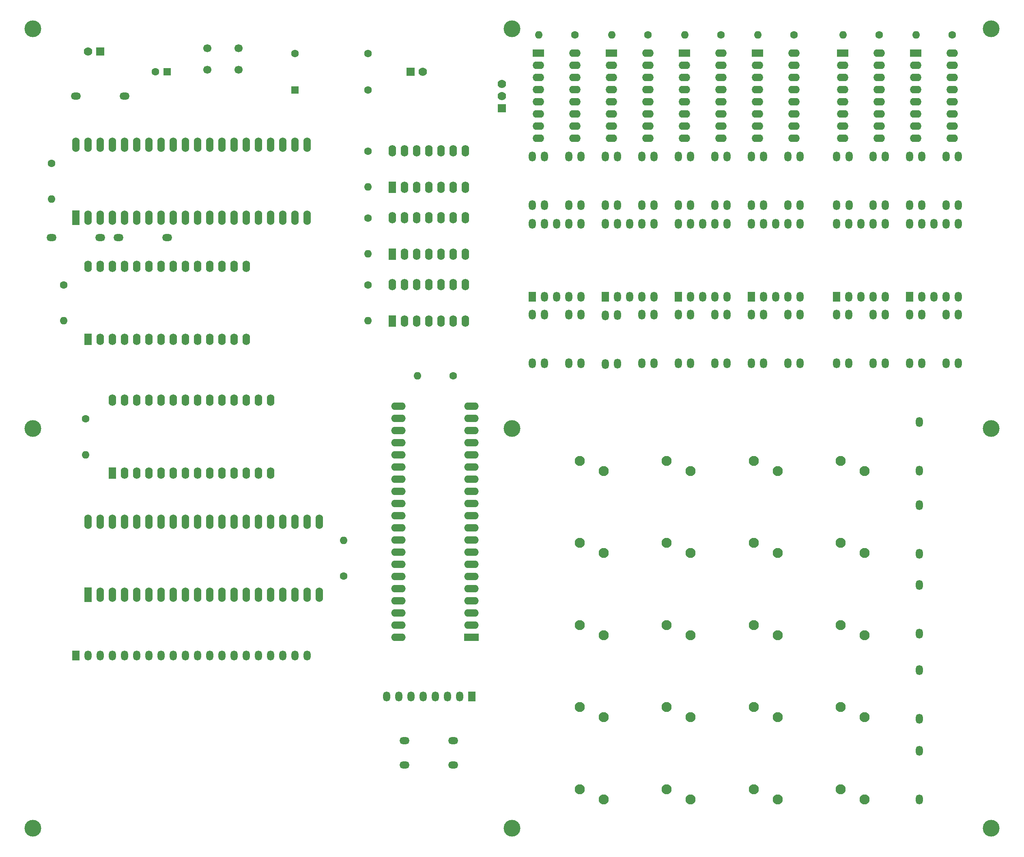
<source format=gbs>
%TF.GenerationSoftware,KiCad,Pcbnew,7.0.10*%
%TF.CreationDate,2024-02-11T14:37:49+13:00*%
%TF.ProjectId,Alius_6502,416c6975-735f-4363-9530-322e6b696361,rev?*%
%TF.SameCoordinates,Original*%
%TF.FileFunction,Soldermask,Bot*%
%TF.FilePolarity,Negative*%
%FSLAX46Y46*%
G04 Gerber Fmt 4.6, Leading zero omitted, Abs format (unit mm)*
G04 Created by KiCad (PCBNEW 7.0.10) date 2024-02-11 14:37:49*
%MOMM*%
%LPD*%
G01*
G04 APERTURE LIST*
%ADD10R,1.500000X2.100000*%
%ADD11O,1.500000X2.100000*%
%ADD12C,1.600000*%
%ADD13O,1.600000X1.600000*%
%ADD14R,1.600000X1.600000*%
%ADD15R,2.400000X1.600000*%
%ADD16O,2.400000X1.600000*%
%ADD17C,2.100000*%
%ADD18R,1.600000X2.400000*%
%ADD19O,1.600000X2.400000*%
%ADD20C,3.500000*%
%ADD21O,2.100000X1.500000*%
%ADD22R,1.778000X1.778000*%
%ADD23C,1.778000*%
%ADD24R,1.524000X3.048000*%
%ADD25O,1.524000X3.048000*%
%ADD26C,1.700000*%
%ADD27R,3.048000X1.524000*%
%ADD28O,3.048000X1.524000*%
G04 APERTURE END LIST*
D10*
%TO.C,J4*%
X115611141Y-163510000D03*
D11*
X113071141Y-163510000D03*
X110531141Y-163510000D03*
X107991141Y-163510000D03*
X105451141Y-163510000D03*
X102911141Y-163510000D03*
X100371141Y-163510000D03*
X97831141Y-163510000D03*
%TD*%
D12*
%TO.C,C8*%
X30480000Y-77530000D03*
D13*
X30480000Y-85030000D03*
%TD*%
D11*
%TO.C,R44*%
X214630000Y-50685000D03*
X214630000Y-60845000D03*
%TD*%
%TO.C,R41*%
X194390000Y-50685000D03*
X194390000Y-60845000D03*
%TD*%
%TO.C,R14*%
X151130000Y-93865000D03*
X151130000Y-83705000D03*
%TD*%
%TO.C,R31*%
X176530000Y-93865000D03*
X176530000Y-83705000D03*
%TD*%
%TO.C,R27*%
X168910000Y-93865000D03*
X168910000Y-83705000D03*
%TD*%
D14*
%TO.C,C1*%
X52070000Y-33020000D03*
D12*
X49570000Y-33020000D03*
%TD*%
D15*
%TO.C,U14*%
X208280000Y-29095000D03*
D16*
X208280000Y-31635000D03*
X208280000Y-34175000D03*
X208280000Y-36715000D03*
X208280000Y-39255000D03*
X208280000Y-41795000D03*
X208280000Y-44335000D03*
X208280000Y-46875000D03*
X215900000Y-46875000D03*
X215900000Y-44335000D03*
X215900000Y-41795000D03*
X215900000Y-39255000D03*
X215900000Y-36715000D03*
X215900000Y-34175000D03*
X215900000Y-31635000D03*
X215900000Y-29095000D03*
%TD*%
D11*
%TO.C,R39*%
X194310000Y-93865000D03*
X194310000Y-83705000D03*
%TD*%
D17*
%TO.C,SW_C1*%
X143129000Y-116390000D03*
X138129000Y-114290000D03*
%TD*%
D18*
%TO.C,U3*%
X99055000Y-57140000D03*
D19*
X101595000Y-57140000D03*
X104135000Y-57140000D03*
X106675000Y-57140000D03*
X109215000Y-57140000D03*
X111755000Y-57140000D03*
X114295000Y-57140000D03*
X114295000Y-49520000D03*
X111755000Y-49520000D03*
X109215000Y-49520000D03*
X106675000Y-49520000D03*
X104135000Y-49520000D03*
X101595000Y-49520000D03*
X99055000Y-49520000D03*
%TD*%
D11*
%TO.C,R54*%
X209029000Y-150350000D03*
X209029000Y-140190000D03*
%TD*%
D17*
%TO.C,SW_4*%
X143129000Y-150680000D03*
X138129000Y-148580000D03*
%TD*%
D11*
%TO.C,R4*%
X135890000Y-50685000D03*
X135890000Y-60845000D03*
%TD*%
%TO.C,R34*%
X173990000Y-50685000D03*
X173990000Y-60845000D03*
%TD*%
%TO.C,R46*%
X214630000Y-93865000D03*
X214630000Y-83705000D03*
%TD*%
%TO.C,R28*%
X181610000Y-50685000D03*
X181610000Y-60845000D03*
%TD*%
D15*
%TO.C,U13*%
X193040000Y-29095000D03*
D16*
X193040000Y-31635000D03*
X193040000Y-34175000D03*
X193040000Y-36715000D03*
X193040000Y-39255000D03*
X193040000Y-41795000D03*
X193040000Y-44335000D03*
X193040000Y-46875000D03*
X200660000Y-46875000D03*
X200660000Y-44335000D03*
X200660000Y-41795000D03*
X200660000Y-39255000D03*
X200660000Y-36715000D03*
X200660000Y-34175000D03*
X200660000Y-31635000D03*
X200660000Y-29095000D03*
%TD*%
D11*
%TO.C,R19*%
X153670000Y-93865000D03*
X153670000Y-83705000D03*
%TD*%
D17*
%TO.C,SW_A1*%
X179451000Y-133535000D03*
X174451000Y-131435000D03*
%TD*%
D20*
%TO.C,HOLE8*%
X124000000Y-191000000D03*
%TD*%
D11*
%TO.C,R7*%
X130810000Y-93865000D03*
X130810000Y-83705000D03*
%TD*%
D21*
%TO.C,R2*%
X52070000Y-67644900D03*
X41910000Y-67644900D03*
%TD*%
D11*
%TO.C,R23*%
X161290000Y-93865000D03*
X161290000Y-83705000D03*
%TD*%
%TO.C,R9*%
X130810000Y-50685000D03*
X130810000Y-60845000D03*
%TD*%
D12*
%TO.C,C12*%
X167580000Y-25285000D03*
D13*
X160080000Y-25285000D03*
%TD*%
D11*
%TO.C,R49*%
X209550000Y-50685000D03*
X209550000Y-60845000D03*
%TD*%
%TO.C,R33*%
X176530000Y-50685000D03*
X176530000Y-60845000D03*
%TD*%
%TO.C,R26*%
X158750000Y-50685000D03*
X158750000Y-60845000D03*
%TD*%
D21*
%TO.C,R57*%
X111760000Y-177800000D03*
X101600000Y-177800000D03*
%TD*%
D11*
%TO.C,R11*%
X138430000Y-93865000D03*
X138430000Y-83705000D03*
%TD*%
D22*
%TO.C,J3*%
X38081200Y-28774500D03*
D23*
X35541200Y-28774500D03*
%TD*%
D12*
%TO.C,C9*%
X27940000Y-52130000D03*
D13*
X27940000Y-59630000D03*
%TD*%
D12*
%TO.C,C15*%
X215840000Y-25285000D03*
D13*
X208340000Y-25285000D03*
%TD*%
D11*
%TO.C,R35*%
X184150000Y-93865000D03*
X184150000Y-83705000D03*
%TD*%
D18*
%TO.C,U5*%
X99055000Y-85080000D03*
D19*
X101595000Y-85080000D03*
X104135000Y-85080000D03*
X106675000Y-85080000D03*
X109215000Y-85080000D03*
X111755000Y-85080000D03*
X114295000Y-85080000D03*
X114295000Y-77460000D03*
X111755000Y-77460000D03*
X109215000Y-77460000D03*
X106675000Y-77460000D03*
X104135000Y-77460000D03*
X101595000Y-77460000D03*
X99055000Y-77460000D03*
%TD*%
D17*
%TO.C,SW_E1*%
X179451000Y-116390000D03*
X174451000Y-114290000D03*
%TD*%
D11*
%TO.C,R51*%
X217170000Y-93865000D03*
X217170000Y-83705000D03*
%TD*%
%TO.C,R52*%
X209029000Y-116365000D03*
X209029000Y-106205000D03*
%TD*%
%TO.C,R25*%
X161290000Y-50685000D03*
X161290000Y-60845000D03*
%TD*%
%TO.C,R17*%
X146050000Y-50685000D03*
X146050000Y-60845000D03*
%TD*%
%TO.C,R5*%
X138430000Y-50685000D03*
X138430000Y-60845000D03*
%TD*%
D20*
%TO.C,HOLE1*%
X24000000Y-24000000D03*
%TD*%
D21*
%TO.C,R58*%
X101600000Y-172720000D03*
X111760000Y-172720000D03*
%TD*%
D11*
%TO.C,R20*%
X166370000Y-50685000D03*
X166370000Y-60845000D03*
%TD*%
D22*
%TO.C,J1*%
X102870000Y-33020000D03*
D23*
X105410000Y-33020000D03*
%TD*%
D12*
%TO.C,C13*%
X182820000Y-25285000D03*
D13*
X175320000Y-25285000D03*
%TD*%
D18*
%TO.C,U4*%
X40650000Y-116820000D03*
D19*
X43190000Y-116820000D03*
X45730000Y-116820000D03*
X48270000Y-116820000D03*
X50810000Y-116820000D03*
X53350000Y-116820000D03*
X55890000Y-116820000D03*
X58430000Y-116820000D03*
X60970000Y-116820000D03*
X63510000Y-116820000D03*
X66050000Y-116820000D03*
X68590000Y-116820000D03*
X71130000Y-116820000D03*
X73670000Y-116820000D03*
X73670000Y-101580000D03*
X71130000Y-101580000D03*
X68590000Y-101580000D03*
X66050000Y-101580000D03*
X63510000Y-101580000D03*
X60970000Y-101580000D03*
X58430000Y-101580000D03*
X55890000Y-101580000D03*
X53350000Y-101580000D03*
X50810000Y-101580000D03*
X48270000Y-101580000D03*
X45730000Y-101580000D03*
X43190000Y-101580000D03*
X40650000Y-101580000D03*
%TD*%
D17*
%TO.C,SW_ENT1*%
X197612000Y-184970000D03*
X192612000Y-182870000D03*
%TD*%
D11*
%TO.C,R12*%
X151130000Y-50685000D03*
X151130000Y-60845000D03*
%TD*%
D15*
%TO.C,U9*%
X129540000Y-29095000D03*
D16*
X129540000Y-31635000D03*
X129540000Y-34175000D03*
X129540000Y-36715000D03*
X129540000Y-39255000D03*
X129540000Y-41795000D03*
X129540000Y-44335000D03*
X129540000Y-46875000D03*
X137160000Y-46875000D03*
X137160000Y-44335000D03*
X137160000Y-41795000D03*
X137160000Y-39255000D03*
X137160000Y-36715000D03*
X137160000Y-34175000D03*
X137160000Y-31635000D03*
X137160000Y-29095000D03*
%TD*%
D11*
%TO.C,R48*%
X207010000Y-93865000D03*
X207010000Y-83705000D03*
%TD*%
D12*
%TO.C,C6*%
X93975000Y-49580000D03*
D13*
X93975000Y-57080000D03*
%TD*%
D22*
%TO.C,Display*%
X121869200Y-40665400D03*
D23*
X121869200Y-38125400D03*
X121869200Y-35585400D03*
%TD*%
D11*
%TO.C,R36*%
X199390000Y-50685000D03*
X199390000Y-60845000D03*
%TD*%
%TO.C,R18*%
X143510000Y-50685000D03*
X143510000Y-60845000D03*
%TD*%
%TO.C,R47*%
X209550000Y-93865000D03*
X209550000Y-83705000D03*
%TD*%
%TO.C,R50*%
X207010000Y-50685000D03*
X207010000Y-60845000D03*
%TD*%
D20*
%TO.C,HOLE7*%
X24000000Y-191000000D03*
%TD*%
D10*
%TO.C,LED3*%
X158750000Y-80010000D03*
D11*
X161290000Y-80010000D03*
X163830000Y-80010000D03*
X166370000Y-80010000D03*
X168910000Y-80010000D03*
X168910000Y-64770000D03*
X166370000Y-64770000D03*
X163830000Y-64770000D03*
X161290000Y-64770000D03*
X158750000Y-64770000D03*
%TD*%
%TO.C,R16*%
X143510000Y-94035000D03*
X143510000Y-83875000D03*
%TD*%
D15*
%TO.C,U10*%
X144780000Y-29095000D03*
D16*
X144780000Y-31635000D03*
X144780000Y-34175000D03*
X144780000Y-36715000D03*
X144780000Y-39255000D03*
X144780000Y-41795000D03*
X144780000Y-44335000D03*
X144780000Y-46875000D03*
X152400000Y-46875000D03*
X152400000Y-44335000D03*
X152400000Y-41795000D03*
X152400000Y-39255000D03*
X152400000Y-36715000D03*
X152400000Y-34175000D03*
X152400000Y-31635000D03*
X152400000Y-29095000D03*
%TD*%
D15*
%TO.C,U11*%
X160020000Y-29095000D03*
D16*
X160020000Y-31635000D03*
X160020000Y-34175000D03*
X160020000Y-36715000D03*
X160020000Y-39255000D03*
X160020000Y-41795000D03*
X160020000Y-44335000D03*
X160020000Y-46875000D03*
X167640000Y-46875000D03*
X167640000Y-44335000D03*
X167640000Y-41795000D03*
X167640000Y-39255000D03*
X167640000Y-36715000D03*
X167640000Y-34175000D03*
X167640000Y-31635000D03*
X167640000Y-29095000D03*
%TD*%
D18*
%TO.C,U6*%
X35570000Y-88880000D03*
D19*
X38110000Y-88880000D03*
X40650000Y-88880000D03*
X43190000Y-88880000D03*
X45730000Y-88880000D03*
X48270000Y-88880000D03*
X50810000Y-88880000D03*
X53350000Y-88880000D03*
X55890000Y-88880000D03*
X58430000Y-88880000D03*
X60970000Y-88880000D03*
X63510000Y-88880000D03*
X66050000Y-88880000D03*
X68590000Y-88880000D03*
X68590000Y-73640000D03*
X66050000Y-73640000D03*
X63510000Y-73640000D03*
X60970000Y-73640000D03*
X58430000Y-73640000D03*
X55890000Y-73640000D03*
X53350000Y-73640000D03*
X50810000Y-73640000D03*
X48270000Y-73640000D03*
X45730000Y-73640000D03*
X43190000Y-73640000D03*
X40650000Y-73640000D03*
X38110000Y-73640000D03*
X35570000Y-73640000D03*
%TD*%
D17*
%TO.C,SW_6*%
X179451000Y-150680000D03*
X174451000Y-148580000D03*
%TD*%
D20*
%TO.C,Hole3*%
X224000000Y-24000000D03*
%TD*%
D11*
%TO.C,R21*%
X168910000Y-50685000D03*
X168910000Y-60845000D03*
%TD*%
D18*
%TO.C,U2*%
X99055000Y-71110000D03*
D19*
X101595000Y-71110000D03*
X104135000Y-71110000D03*
X106675000Y-71110000D03*
X109215000Y-71110000D03*
X111755000Y-71110000D03*
X114295000Y-71110000D03*
X114295000Y-63490000D03*
X111755000Y-63490000D03*
X109215000Y-63490000D03*
X106675000Y-63490000D03*
X104135000Y-63490000D03*
X101595000Y-63490000D03*
X99055000Y-63490000D03*
%TD*%
D11*
%TO.C,R22*%
X166370000Y-93865000D03*
X166370000Y-83705000D03*
%TD*%
D24*
%TO.C,U7*%
X35560000Y-142240000D03*
D25*
X38100000Y-142240000D03*
X40640000Y-142240000D03*
X43180000Y-142240000D03*
X45720000Y-142240000D03*
X48260000Y-142240000D03*
X50800000Y-142240000D03*
X53340000Y-142240000D03*
X55880000Y-142240000D03*
X58420000Y-142240000D03*
X60960000Y-142240000D03*
X63500000Y-142240000D03*
X66040000Y-142240000D03*
X68580000Y-142240000D03*
X71120000Y-142240000D03*
X73660000Y-142240000D03*
X76200000Y-142240000D03*
X78740000Y-142240000D03*
X81280000Y-142240000D03*
X83820000Y-142240000D03*
X83820000Y-127000000D03*
X81280000Y-127000000D03*
X78740000Y-127000000D03*
X76200000Y-127000000D03*
X73660000Y-127000000D03*
X71120000Y-127000000D03*
X68580000Y-127000000D03*
X66040000Y-127000000D03*
X63500000Y-127000000D03*
X60960000Y-127000000D03*
X58420000Y-127000000D03*
X55880000Y-127000000D03*
X53340000Y-127000000D03*
X50800000Y-127000000D03*
X48260000Y-127000000D03*
X45720000Y-127000000D03*
X43180000Y-127000000D03*
X40640000Y-127000000D03*
X38100000Y-127000000D03*
X35560000Y-127000000D03*
%TD*%
D12*
%TO.C,C5*%
X111760000Y-96520000D03*
D13*
X104260000Y-96520000D03*
%TD*%
D11*
%TO.C,R13*%
X153670000Y-50685000D03*
X153670000Y-60845000D03*
%TD*%
D17*
%TO.C,SW_2*%
X179451000Y-167825000D03*
X174451000Y-165725000D03*
%TD*%
D11*
%TO.C,R43*%
X201930000Y-93865000D03*
X201930000Y-83705000D03*
%TD*%
D17*
%TO.C,SW_8*%
X143129000Y-133535000D03*
X138129000Y-131435000D03*
%TD*%
D20*
%TO.C,HOLE9*%
X224000000Y-191000000D03*
%TD*%
%TO.C,HOLE5*%
X124000000Y-107500000D03*
%TD*%
D17*
%TO.C,SW_5*%
X161290000Y-150680000D03*
X156290000Y-148580000D03*
%TD*%
D21*
%TO.C,R3*%
X33020000Y-38100000D03*
X43180000Y-38100000D03*
%TD*%
D20*
%TO.C,HOLE2*%
X124000000Y-24000000D03*
%TD*%
D12*
%TO.C,C14*%
X200600000Y-25285000D03*
D13*
X193100000Y-25285000D03*
%TD*%
D12*
%TO.C,C11*%
X152340000Y-25285000D03*
D13*
X144840000Y-25285000D03*
%TD*%
D10*
%TO.C,LED6*%
X207010000Y-80010000D03*
D11*
X209550000Y-80010000D03*
X212090000Y-80010000D03*
X214630000Y-80010000D03*
X217170000Y-80010000D03*
X217170000Y-64770000D03*
X214630000Y-64770000D03*
X212090000Y-64770000D03*
X209550000Y-64770000D03*
X207010000Y-64770000D03*
%TD*%
%TO.C,R53*%
X209029000Y-133705000D03*
X209029000Y-123545000D03*
%TD*%
%TO.C,R40*%
X191770000Y-93865000D03*
X191770000Y-83705000D03*
%TD*%
%TO.C,R29*%
X184150000Y-50685000D03*
X184150000Y-60845000D03*
%TD*%
D15*
%TO.C,U12*%
X175260000Y-29095000D03*
D16*
X175260000Y-31635000D03*
X175260000Y-34175000D03*
X175260000Y-36715000D03*
X175260000Y-39255000D03*
X175260000Y-41795000D03*
X175260000Y-44335000D03*
X175260000Y-46875000D03*
X182880000Y-46875000D03*
X182880000Y-44335000D03*
X182880000Y-41795000D03*
X182880000Y-39255000D03*
X182880000Y-36715000D03*
X182880000Y-34175000D03*
X182880000Y-31635000D03*
X182880000Y-29095000D03*
%TD*%
D17*
%TO.C,SW_1*%
X161290000Y-167825000D03*
X156290000Y-165725000D03*
%TD*%
%TO.C,SW_W1*%
X161290000Y-184970000D03*
X156290000Y-182870000D03*
%TD*%
D14*
%TO.C,X1*%
X78740000Y-36830000D03*
D12*
X93980000Y-36830000D03*
X93980000Y-29210000D03*
X78740000Y-29210000D03*
%TD*%
D11*
%TO.C,R6*%
X135890000Y-93865000D03*
X135890000Y-83705000D03*
%TD*%
D26*
%TO.C,SW1*%
X60454120Y-28073406D03*
X66954120Y-28073406D03*
X60454120Y-32573406D03*
X66954120Y-32573406D03*
%TD*%
D17*
%TO.C,SW_9*%
X161290000Y-133535000D03*
X156290000Y-131435000D03*
%TD*%
D11*
%TO.C,R8*%
X128270000Y-93865000D03*
X128270000Y-83705000D03*
%TD*%
%TO.C,R45*%
X217170000Y-50685000D03*
X217170000Y-60845000D03*
%TD*%
%TO.C,R15*%
X146050000Y-93950000D03*
X146050000Y-83790000D03*
%TD*%
D17*
%TO.C,SW_R1*%
X143129000Y-184970000D03*
X138129000Y-182870000D03*
%TD*%
D21*
%TO.C,R1*%
X27940000Y-67642200D03*
X38100000Y-67642200D03*
%TD*%
D17*
%TO.C,SW_F1*%
X197612000Y-116390000D03*
X192612000Y-114290000D03*
%TD*%
D11*
%TO.C,R32*%
X173990000Y-93865000D03*
X173990000Y-83705000D03*
%TD*%
%TO.C,R56*%
X209029000Y-185030000D03*
X209029000Y-174870000D03*
%TD*%
D12*
%TO.C,C7*%
X93980000Y-77530000D03*
D13*
X93980000Y-85030000D03*
%TD*%
D12*
%TO.C,C2*%
X35023200Y-105485000D03*
D13*
X35023200Y-112985000D03*
%TD*%
D10*
%TO.C,LED5*%
X191770000Y-80010000D03*
D11*
X194310000Y-80010000D03*
X196850000Y-80010000D03*
X199390000Y-80010000D03*
X201930000Y-80010000D03*
X201930000Y-64770000D03*
X199390000Y-64770000D03*
X196850000Y-64770000D03*
X194310000Y-64770000D03*
X191770000Y-64770000D03*
%TD*%
D12*
%TO.C,C3*%
X88900000Y-138370000D03*
D13*
X88900000Y-130870000D03*
%TD*%
D11*
%TO.C,R24*%
X158750000Y-93865000D03*
X158750000Y-83705000D03*
%TD*%
D12*
%TO.C,C4*%
X93980000Y-63560000D03*
D13*
X93980000Y-71060000D03*
%TD*%
D11*
%TO.C,R10*%
X128270000Y-50685000D03*
X128270000Y-60845000D03*
%TD*%
D17*
%TO.C,SW_7*%
X197612000Y-150680000D03*
X192612000Y-148580000D03*
%TD*%
D20*
%TO.C,HOLE4*%
X24000000Y-107500000D03*
%TD*%
D11*
%TO.C,R37*%
X201930000Y-50685000D03*
X201930000Y-60845000D03*
%TD*%
%TO.C,R42*%
X191770000Y-50685000D03*
X191770000Y-60845000D03*
%TD*%
%TO.C,R30*%
X181610000Y-93865000D03*
X181610000Y-83705000D03*
%TD*%
D10*
%TO.C,J2*%
X33020000Y-154940000D03*
D11*
X35560000Y-154940000D03*
X38100000Y-154940000D03*
X40640000Y-154940000D03*
X43180000Y-154940000D03*
X45720000Y-154940000D03*
X48260000Y-154940000D03*
X50800000Y-154940000D03*
X53340000Y-154940000D03*
X55880000Y-154940000D03*
X58420000Y-154940000D03*
X60960000Y-154940000D03*
X63500000Y-154940000D03*
X66040000Y-154940000D03*
X68580000Y-154940000D03*
X71120000Y-154940000D03*
X73660000Y-154940000D03*
X76200000Y-154940000D03*
X78740000Y-154940000D03*
X81280000Y-154940000D03*
%TD*%
D17*
%TO.C,SW_B1*%
X197612000Y-133535000D03*
X192612000Y-131435000D03*
%TD*%
D10*
%TO.C,LED2*%
X143510000Y-80010000D03*
D11*
X146050000Y-80010000D03*
X148590000Y-80010000D03*
X151130000Y-80010000D03*
X153670000Y-80010000D03*
X153670000Y-64770000D03*
X151130000Y-64770000D03*
X148590000Y-64770000D03*
X146050000Y-64770000D03*
X143510000Y-64770000D03*
%TD*%
D24*
%TO.C,U1*%
X33020000Y-63500000D03*
D25*
X35560000Y-63500000D03*
X38100000Y-63500000D03*
X40640000Y-63500000D03*
X43180000Y-63500000D03*
X45720000Y-63500000D03*
X48260000Y-63500000D03*
X50800000Y-63500000D03*
X53340000Y-63500000D03*
X55880000Y-63500000D03*
X58420000Y-63500000D03*
X60960000Y-63500000D03*
X63500000Y-63500000D03*
X66040000Y-63500000D03*
X68580000Y-63500000D03*
X71120000Y-63500000D03*
X73660000Y-63500000D03*
X76200000Y-63500000D03*
X78740000Y-63500000D03*
X81280000Y-63500000D03*
X81280000Y-48260000D03*
X78740000Y-48260000D03*
X76200000Y-48260000D03*
X73660000Y-48260000D03*
X71120000Y-48260000D03*
X68580000Y-48260000D03*
X66040000Y-48260000D03*
X63500000Y-48260000D03*
X60960000Y-48260000D03*
X58420000Y-48260000D03*
X55880000Y-48260000D03*
X53340000Y-48260000D03*
X50800000Y-48260000D03*
X48260000Y-48260000D03*
X45720000Y-48260000D03*
X43180000Y-48260000D03*
X40640000Y-48260000D03*
X38100000Y-48260000D03*
X35560000Y-48260000D03*
X33020000Y-48260000D03*
%TD*%
D17*
%TO.C,SW_3*%
X197612000Y-167825000D03*
X192612000Y-165725000D03*
%TD*%
%TO.C,SW_0*%
X143129000Y-167825000D03*
X138129000Y-165725000D03*
%TD*%
D11*
%TO.C,R55*%
X209029000Y-168130000D03*
X209029000Y-157970000D03*
%TD*%
D10*
%TO.C,LED1*%
X128270000Y-80010000D03*
D11*
X130810000Y-80010000D03*
X133350000Y-80010000D03*
X135890000Y-80010000D03*
X138430000Y-80010000D03*
X138430000Y-64770000D03*
X135890000Y-64770000D03*
X133350000Y-64770000D03*
X130810000Y-64770000D03*
X128270000Y-64770000D03*
%TD*%
D10*
%TO.C,LED4*%
X173990000Y-80010000D03*
D11*
X176530000Y-80010000D03*
X179070000Y-80010000D03*
X181610000Y-80010000D03*
X184150000Y-80010000D03*
X184150000Y-64770000D03*
X181610000Y-64770000D03*
X179070000Y-64770000D03*
X176530000Y-64770000D03*
X173990000Y-64770000D03*
%TD*%
D27*
%TO.C,U8*%
X115570000Y-151130000D03*
D28*
X115570000Y-148590000D03*
X115570000Y-146050000D03*
X115570000Y-143510000D03*
X115570000Y-140970000D03*
X115570000Y-138430000D03*
X115570000Y-135890000D03*
X115570000Y-133350000D03*
X115570000Y-130810000D03*
X115570000Y-128270000D03*
X115570000Y-125730000D03*
X115570000Y-123190000D03*
X115570000Y-120650000D03*
X115570000Y-118110000D03*
X115570000Y-115570000D03*
X115570000Y-113030000D03*
X115570000Y-110490000D03*
X115570000Y-107950000D03*
X115570000Y-105410000D03*
X115570000Y-102870000D03*
X100330000Y-102870000D03*
X100330000Y-105410000D03*
X100330000Y-107950000D03*
X100330000Y-110490000D03*
X100330000Y-113030000D03*
X100330000Y-115570000D03*
X100330000Y-118110000D03*
X100330000Y-120650000D03*
X100330000Y-123190000D03*
X100330000Y-125730000D03*
X100330000Y-128270000D03*
X100330000Y-130810000D03*
X100330000Y-133350000D03*
X100330000Y-135890000D03*
X100330000Y-138430000D03*
X100330000Y-140970000D03*
X100330000Y-143510000D03*
X100330000Y-146050000D03*
X100330000Y-148590000D03*
X100330000Y-151130000D03*
%TD*%
D11*
%TO.C,R38*%
X199390000Y-93865000D03*
X199390000Y-83705000D03*
%TD*%
D12*
%TO.C,C10*%
X137100000Y-25285000D03*
D13*
X129600000Y-25285000D03*
%TD*%
D20*
%TO.C,HOLE6*%
X224000000Y-107500000D03*
%TD*%
D17*
%TO.C,SW_X1*%
X179451000Y-184970000D03*
X174451000Y-182870000D03*
%TD*%
%TO.C,SW_D1*%
X161290000Y-116390000D03*
X156290000Y-114290000D03*
%TD*%
M02*

</source>
